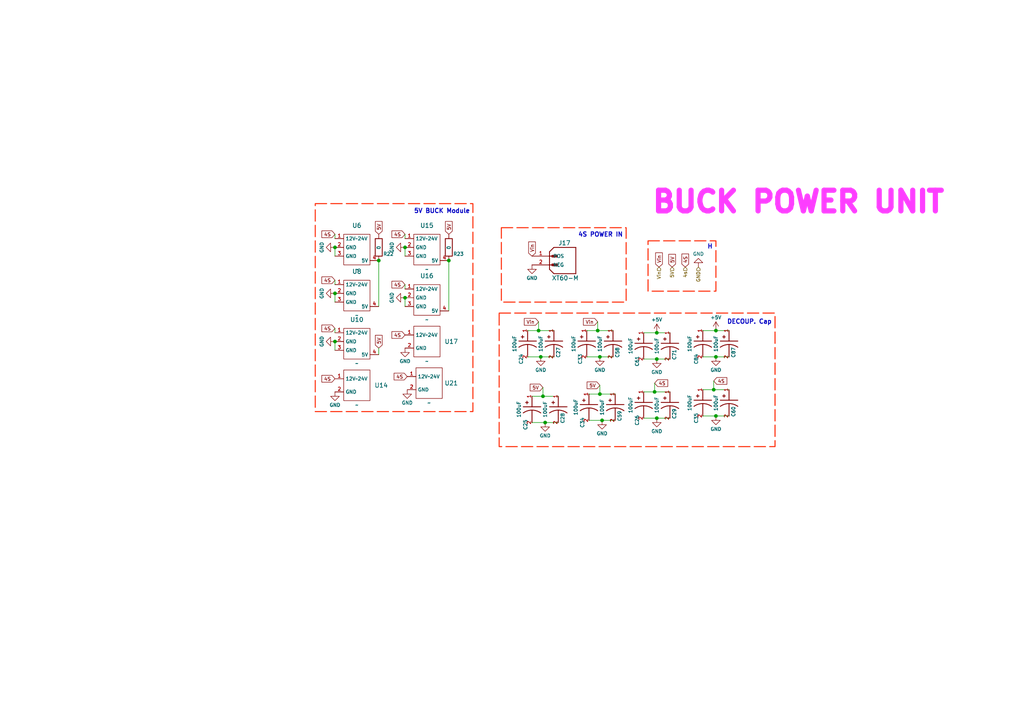
<source format=kicad_sch>
(kicad_sch (version 20230121) (generator eeschema)
  (paper "A4")
  (title_block (title "Power Unit-Utilty Remote") (date "2024-11-28") (rev "V2") (company "KRS"))
  (lib_symbols
    (symbol "Device:R" (pin_numbers hide) (pin_names (offset 0))
      (property "Reference" "R" (at 2.032 0 90))
      (property "Value" "R" (at 0 0 90))
      (symbol "R_0_1"
        (rectangle (start -1.016 -2.54) (end 1.016 2.54) (stroke (width 0.254)))
      )
      (symbol "R_1_1"
        (pin passive line (at 0 3.81 270) (length 1.27) (name "~") (number "1"))
        (pin passive line (at 0 -3.81 90) (length 1.27) (name "~") (number "2"))
      )
    )
    (symbol "Triac_Thyristor:5v_buck"
      (property "Reference" "U" (at 0 0 0))
      (symbol "5v_buck_0_1"
        (rectangle (start -3.81 10.16) (end 3.81 1.27))
      )
      (symbol "5v_buck_1_1"
        (pin input line (at -6.35 8.89 0) (length 2.54) (name "12V~24V") (number "1"))
        (pin input line (at -6.35 6.35 0) (length 2.54) (name "GND") (number "2"))
        (pin input line (at -6.35 3.81 0) (length 2.54) (name "GND") (number "3"))
        (pin input line (at 6.35 2.54 180) (length 2.54) (name "5V") (number "4"))
      )
    )
    (symbol "Triac_Thyristor:5vusbbuck"
      (property "Reference" "U" (at 0 0 0))
      (symbol "5vusbbuck_0_1"
        (rectangle (start -3.81 10.16) (end 3.81 1.27))
      )
      (symbol "5vusbbuck_1_1"
        (pin input line (at -6.35 7.62 0) (length 2.54) (name "12V~24V") (number "1"))
        (pin input line (at -6.35 3.81 0) (length 2.54) (name "GND") (number "2"))
      )
    )
    (symbol "UWT1V101MCL1GS:UWT1V101MCL1GS" (pin_names (offset 1.016))
      (property "Reference" "C" (at -5.08 3.302 0))
      (property "Value" "UWT1V101MCL1GS" (at -5.08 -5.08 0))
      (symbol "UWT1V101MCL1GS_0_0"
        (rectangle (start -3.713 -1.532) (end -2.824 -1.405) (stroke (width 0.1)) (fill (type outline)))
        (rectangle (start -3.332 -1.913) (end -3.205 -1.024) (stroke (width 0.1)) (fill (type outline)))
        (arc (start -0.254 2.54) (mid -1.0549 0) (end -0.254 -2.54) (stroke (width 0.254)))
        (polyline (pts (xy -5.08 0) (xy -2.032 0)) (stroke (width 0.254)))
        (polyline (pts (xy -2.032 2.54) (xy -2.032 -2.54)) (stroke (width 0.254)))
        (polyline (pts (xy -1.016 0) (xy 2.54 0)) (stroke (width 0.254)))
        (pin passive line (at -5.08 0 0) (length 0) (name "~") (number "1"))
        (pin passive line (at 2.54 0 180) (length 0) (name "~") (number "2"))
      )
    )
    (symbol "XT60-M:XT60-M" (pin_names (offset 1.016))
      (property "Reference" "J17" (at 2.54 6.35 0))
      (property "Value" "XT60-M" (at 0.635 -3.81 0))
      (symbol "XT60-M_0_0"
        (polyline (pts (xy 0 -1.27) (xy 1.27 -2.54)) (stroke (width 0.254)))
        (polyline (pts (xy 0 0) (xy 1.905 0)) (stroke (width 0.254)))
        (polyline (pts (xy 0 2.54) (xy 0 -1.27)) (stroke (width 0.254)))
        (polyline (pts (xy 0 2.54) (xy 1.905 2.54)) (stroke (width 0.254)))
        (polyline (pts (xy 0 3.81) (xy 0 2.54)) (stroke (width 0.254)))
        (polyline (pts (xy 0 3.81) (xy 1.27 5.08)) (stroke (width 0.254)))
        (polyline (pts (xy 1.27 -2.54) (xy 7.62 -2.54)) (stroke (width 0.254)))
        (polyline (pts (xy 7.62 -2.54) (xy 7.62 5.08)) (stroke (width 0.254)))
        (polyline (pts (xy 7.62 5.08) (xy 1.27 5.08)) (stroke (width 0.254)))
        (rectangle (start 0.635 -0.3175) (end 2.2225 0.3175) (stroke (width 0.1)) (fill (type outline)))
        (rectangle (start 0.635 2.2225) (end 2.2225 2.8575) (stroke (width 0.1)) (fill (type outline)))
      )
      (symbol "XT60-M_1_0"
        (pin passive line (at -5.08 2.54 0) (length 5.08) (name "POS") (number "1"))
        (pin passive line (at -5.08 0 0) (length 5.08) (name "NEG") (number "2"))
      )
    )
    (symbol "power:+5V" (power) (pin_names (offset 0))
      (property "Value" "+5V" (at 0 3.556 0))
      (symbol "+5V_0_1"
        (polyline (pts (xy -0.762 1.27) (xy 0 2.54)))
        (polyline (pts (xy 0 0) (xy 0 2.54)))
        (polyline (pts (xy 0 2.54) (xy 0.762 1.27)))
      )
      (symbol "+5V_1_1"
        (pin power_in line (at 0 0 90) (length 0) hide (name "+5V") (number "1"))
      )
    )
    (symbol "power:GND" (power) (pin_names (offset 0))
      (property "Value" "GND" (at 0 -3.81 0))
      (symbol "GND_0_1"
        (polyline (pts (xy 0 0) (xy 0 -1.27) (xy 1.27 -1.27) (xy 0 -2.54) (xy -1.27 -1.27) (xy 0 -1.27)))
      )
      (symbol "GND_1_1"
        (pin power_in line (at 0 0 270) (length 0) hide (name "GND") (number "1"))
      )
    )
  )
  (junction (at 130.175 75.565))
  (junction (at 156.845 103.505))
  (junction (at 117.475 86.36))
  (junction (at 97.155 71.755))
  (junction (at 173.99 114.3))
  (junction (at 207.645 120.65))
  (junction (at 207.01 113.03))
  (junction (at 174.625 121.92))
  (junction (at 117.475 71.755))
  (junction (at 97.155 85.09))
  (junction (at 173.99 103.505))
  (junction (at 173.355 95.885))
  (junction (at 158.115 122.555))
  (junction (at 190.5 104.14))
  (junction (at 207.645 95.885))
  (junction (at 157.48 114.935))
  (junction (at 109.855 75.565))
  (junction (at 189.865 113.665))
  (junction (at 97.155 99.06))
  (junction (at 190.5 96.52))
  (junction (at 156.21 95.885))
  (junction (at 207.645 103.505))
  (junction (at 190.5 121.285))
  (wire (pts (xy 170.18 95.885) (xy 173.355 95.885)))
  (wire (pts (xy 156.21 95.885) (xy 160.655 95.885)))
  (wire (pts (xy 207.645 120.65) (xy 211.455 120.65)))
  (wire (pts (xy 189.865 111.125) (xy 189.865 113.665)))
  (wire (pts (xy 109.855 100.965) (xy 109.855 102.87)))
  (wire (pts (xy 117.475 67.945) (xy 117.475 69.215)))
  (wire (pts (xy 117.475 71.755) (xy 117.475 74.295)))
  (wire (pts (xy 157.48 112.395) (xy 157.48 114.935)))
  (wire (pts (xy 173.99 111.76) (xy 173.99 114.3)))
  (wire (pts (xy 190.5 104.14) (xy 194.31 104.14)))
  (wire (pts (xy 207.01 110.49) (xy 207.01 113.03)))
  (wire (pts (xy 186.69 104.14) (xy 190.5 104.14)))
  (wire (pts (xy 97.155 81.28) (xy 97.155 82.55)))
  (wire (pts (xy 154.305 114.935) (xy 157.48 114.935)))
  (wire (pts (xy 154.305 122.555) (xy 158.115 122.555)))
  (wire (pts (xy 170.815 114.3) (xy 173.99 114.3)))
  (wire (pts (xy 153.035 103.505) (xy 156.845 103.505)))
  (wire (pts (xy 173.355 95.885) (xy 177.8 95.885)))
  (wire (pts (xy 203.835 103.505) (xy 207.645 103.505)))
  (wire (pts (xy 117.475 86.36) (xy 117.475 88.9)))
  (wire (pts (xy 97.155 95.25) (xy 97.155 96.52)))
  (wire (pts (xy 203.835 120.65) (xy 207.645 120.65)))
  (wire (pts (xy 173.355 93.345) (xy 173.355 95.885)))
  (wire (pts (xy 173.99 103.505) (xy 177.8 103.505)))
  (wire (pts (xy 174.625 121.92) (xy 178.435 121.92)))
  (wire (pts (xy 190.5 121.285) (xy 194.31 121.285)))
  (wire (pts (xy 97.155 85.09) (xy 97.155 87.63)))
  (wire (pts (xy 117.475 82.55) (xy 117.475 83.82)))
  (wire (pts (xy 97.155 67.945) (xy 97.155 69.215)))
  (wire (pts (xy 207.01 113.03) (xy 211.455 113.03)))
  (wire (pts (xy 190.5 96.52) (xy 194.31 96.52)))
  (wire (pts (xy 207.645 95.885) (xy 211.455 95.885)))
  (wire (pts (xy 156.21 93.345) (xy 156.21 95.885)))
  (wire (pts (xy 203.835 113.03) (xy 207.01 113.03)))
  (wire (pts (xy 189.865 113.665) (xy 194.31 113.665)))
  (wire (pts (xy 153.035 95.885) (xy 156.21 95.885)))
  (wire (pts (xy 186.69 96.52) (xy 190.5 96.52)))
  (wire (pts (xy 156.845 103.505) (xy 160.655 103.505)))
  (wire (pts (xy 97.155 99.06) (xy 97.155 101.6)))
  (wire (pts (xy 157.48 114.935) (xy 161.925 114.935)))
  (wire (pts (xy 207.645 103.505) (xy 211.455 103.505)))
  (wire (pts (xy 109.855 75.565) (xy 109.855 88.9)))
  (wire (pts (xy 203.835 95.885) (xy 207.645 95.885)))
  (wire (pts (xy 173.99 114.3) (xy 178.435 114.3)))
  (wire (pts (xy 186.69 113.665) (xy 189.865 113.665)))
  (wire (pts (xy 186.69 121.285) (xy 190.5 121.285)))
  (wire (pts (xy 170.815 121.92) (xy 174.625 121.92)))
  (wire (pts (xy 170.18 103.505) (xy 173.99 103.505)))
  (wire (pts (xy 130.175 75.565) (xy 130.175 90.17)))
  (wire (pts (xy 97.155 71.755) (xy 97.155 74.295)))
  (wire (pts (xy 158.115 122.555) (xy 161.925 122.555)))
  (rectangle (start 145.415 66.04) (end 181.61 87.63) (stroke (width 0.3) (type dash) (color 255 44 9 1)))
  (rectangle (start 187.96 69.85) (end 207.645 84.455) (stroke (width 0.3) (type dash) (color 255 44 9 1)))
  (rectangle (start 91.44 59.055) (end 137.16 119.38) (stroke (width 0.3) (type dash) (color 255 44 9 1)))
  (rectangle (start 144.78 90.805) (end 224.79 129.54) (stroke (width 0.3) (type dash) (color 255 44 9 1)))
  (text "4S POWER IN\n\n\n" (at 167.64 73.025 0) (effects (font (size 1.27 1.27) (thickness 0.254) bold) (justify left bottom)))
  (text "BUCK POWER UNIT\n" (at 188.595 62.23 0) (effects (font (size 6 6) (thickness 1.6) bold) (justify left bottom)))
  (text "5V BUCK Module\n\n" (at 120.015 64.135 0) (effects (font (size 1.27 1.27) (thickness 0.254) bold) (justify left bottom)))
  (text "H" (at 205.105 72.39 0) (effects (font (size 1.27 1.27) (thickness 0.254) bold) (justify left bottom)))
  (text "DECOUP. Cap\n\n\n\n" (at 210.82 100.33 0) (effects (font (size 1.27 1.27) (thickness 0.254) bold) (justify left bottom)))
  (global_label "4S" (shape input) (at 117.475 97.155 180) (effects (font (size 1 1))) (property "Intersheetrefs" "${INTERSHEET_REFS}" (effects hide)))
  (global_label "5V" (shape input) (at 130.175 67.945 90) (effects (font (size 1 1))) (property "Intersheetrefs" "${INTERSHEET_REFS}" (effects hide)))
  (global_label "Vin" (shape input) (at 191.135 77.47 90) (effects (font (size 1 1))) (property "Intersheetrefs" "${INTERSHEET_REFS}" (effects hide)))
  (global_label "4S" (shape input) (at 198.755 77.47 90) (effects (font (size 1 1))) (property "Intersheetrefs" "${INTERSHEET_REFS}" (effects hide)))
  (global_label "4S" (shape input) (at 97.155 81.28 180) (effects (font (size 1 1))) (property "Intersheetrefs" "${INTERSHEET_REFS}" (effects hide)))
  (global_label "Vin" (shape input) (at 156.21 93.345 180) (effects (font (size 1 1))) (property "Intersheetrefs" "${INTERSHEET_REFS}" (effects hide)))
  (global_label "4S" (shape input) (at 117.475 82.55 180) (effects (font (size 1 1))) (property "Intersheetrefs" "${INTERSHEET_REFS}" (effects hide)))
  (global_label "4S" (shape input) (at 118.11 109.22 180) (effects (font (size 1 1))) (property "Intersheetrefs" "${INTERSHEET_REFS}" (effects hide)))
  (global_label "5V" (shape input) (at 157.48 112.395 180) (effects (font (size 1 1))) (property "Intersheetrefs" "${INTERSHEET_REFS}" (effects hide)))
  (global_label "4S" (shape input) (at 117.475 67.945 180) (effects (font (size 1 1))) (property "Intersheetrefs" "${INTERSHEET_REFS}" (effects hide)))
  (global_label "5V" (shape input) (at 109.855 67.945 90) (effects (font (size 1 1))) (property "Intersheetrefs" "${INTERSHEET_REFS}" (effects hide)))
  (global_label "5V" (shape input) (at 109.855 100.965 90) (effects (font (size 1 1))) (property "Intersheetrefs" "${INTERSHEET_REFS}" (effects hide)))
  (global_label "5V" (shape input) (at 173.99 111.76 180) (effects (font (size 1 1))) (property "Intersheetrefs" "${INTERSHEET_REFS}" (effects hide)))
  (global_label "4S" (shape input) (at 97.155 95.25 180) (effects (font (size 1 1))) (property "Intersheetrefs" "${INTERSHEET_REFS}" (effects hide)))
  (global_label "5V" (shape input) (at 194.945 77.47 90) (effects (font (size 1 1))) (property "Intersheetrefs" "${INTERSHEET_REFS}" (effects hide)))
  (global_label "4S" (shape input) (at 97.155 109.855 180) (effects (font (size 1 1))) (property "Intersheetrefs" "${INTERSHEET_REFS}" (effects hide)))
  (global_label "4S" (shape input) (at 97.155 67.945 180) (effects (font (size 1 1))) (property "Intersheetrefs" "${INTERSHEET_REFS}" (effects hide)))
  (global_label "4S" (shape input) (at 189.865 111.125 0) (effects (font (size 1 1))) (property "Intersheetrefs" "${INTERSHEET_REFS}" (effects hide)))
  (global_label "4S" (shape input) (at 207.01 110.49 0) (effects (font (size 1 1))) (property "Intersheetrefs" "${INTERSHEET_REFS}" (effects hide)))
  (global_label "Vin" (shape input) (at 154.305 74.295 90) (effects (font (size 1 1))) (property "Intersheetrefs" "${INTERSHEET_REFS}" (effects hide)))
  (global_label "Vin" (shape input) (at 173.355 93.345 180) (effects (font (size 1 1))) (property "Intersheetrefs" "${INTERSHEET_REFS}" (effects hide)))
  (hierarchical_label "4s" (shape input) (at 198.755 77.47 270) (effects (font (size 1 1))))
  (hierarchical_label "Vin" (shape input) (at 191.135 77.47 270) (effects (font (size 1 1))))
  (hierarchical_label "5V" (shape input) (at 194.945 77.47 270) (effects (font (size 1 1))))
  (hierarchical_label "GND" (shape input) (at 202.565 77.47 270) (effects (font (size 1 1))))
  (symbol (lib_id "power:GND") (at 97.155 71.755 270) (unit 1)
    (property "Reference" "#PWR0187" (effects hide))
    (property "Value" "GND" (at 93.345 71.755 0) (effects (font (size 1 1))))
  )
  (symbol (lib_id "Triac_Thyristor:5v_buck") (at 103.505 78.105 0) (unit 1)
    (property "Reference" "U6" (at 103.505 65.405 0))
    (property "Value" "~" (at 103.505 78.105 0))
    (property "Footprint" "Audio_Module:buck 5v" (effects hide))
  )
  (symbol (lib_id "UWT1V101MCL1GS:UWT1V101MCL1GS") (at 161.925 120.015 270) (unit 1)
    (property "Reference" "C28" (at 163.195 121.285 0) (effects (font (size 1 1))))
    (property "Value" "100uF" (at 158.115 118.745 0) (effects (font (size 1 1))))
    (property "Footprint" "Battery:CAPAE830X1000N" (effects hide))
    (property "MF" "Nichicon" (effects hide))
    (property "MAXIMUM_PACKAGE_HEIGHT" "7.7mm" (effects hide))
    (property "Package" "Radial Nichicon" (effects hide))
    (property "Price" "None" (effects hide))
    (property "Check_prices" "https://www.snapeda.com/parts/UWT1V101MCL1GS/Nichicon/view-part/?ref=eda" (effects hide))
    (property "STANDARD" "IPC-7351B" (effects hide))
    (property "PARTREV" "CAT.8100L" (effects hide))
    (property "SnapEDA_Link" "https://www.snapeda.com/parts/UWT1V101MCL1GS/Nichicon/view-part/?ref=snap" (effects hide))
    (property "MP" "UWT1V101MCL1GS" (effects hide))
    (property "Description" "\n                        \n                            Capacitor Aluminum Electrolytic, 1000h 6.3 (Dia.) x 7.7mm, 100uF, 35V, WT Series | Nichicon UWT1V101MCL1GS\n                        \n" (effects hide))
    (property "MANUFACTURER" "Nichicon" (effects hide))
    (property "Availability" "In Stock" (effects hide))
    (property "SNAPEDA_PN" "UWT1V101MCL1GS" (effects hide))
  )
  (symbol (lib_id "UWT1V101MCL1GS:UWT1V101MCL1GS") (at 194.31 101.6 270) (unit 1)
    (property "Reference" "C71" (at 195.58 102.87 0) (effects (font (size 1 1))))
    (property "Value" "100uF" (at 190.5 100.33 0) (effects (font (size 1 1))))
    (property "Footprint" "Battery:CAPAE830X1000N" (effects hide))
    (property "MF" "Nichicon" (effects hide))
    (property "MAXIMUM_PACKAGE_HEIGHT" "7.7mm" (effects hide))
    (property "Package" "Radial Nichicon" (effects hide))
    (property "Price" "None" (effects hide))
    (property "Check_prices" "https://www.snapeda.com/parts/UWT1V101MCL1GS/Nichicon/view-part/?ref=eda" (effects hide))
    (property "STANDARD" "IPC-7351B" (effects hide))
    (property "PARTREV" "CAT.8100L" (effects hide))
    (property "SnapEDA_Link" "https://www.snapeda.com/parts/UWT1V101MCL1GS/Nichicon/view-part/?ref=snap" (effects hide))
    (property "MP" "UWT1V101MCL1GS" (effects hide))
    (property "Description" "\n                        \n                            Capacitor Aluminum Electrolytic, 1000h 6.3 (Dia.) x 7.7mm, 100uF, 35V, WT Series | Nichicon UWT1V101MCL1GS\n                        \n" (effects hide))
    (property "MANUFACTURER" "Nichicon" (effects hide))
    (property "Availability" "In Stock" (effects hide))
    (property "SNAPEDA_PN" "UWT1V101MCL1GS" (effects hide))
  )
  (symbol (lib_id "UWT1V101MCL1GS:UWT1V101MCL1GS") (at 178.435 119.38 270) (unit 1)
    (property "Reference" "C59" (at 179.705 120.65 0) (effects (font (size 1 1))))
    (property "Value" "100uF" (at 174.625 118.11 0) (effects (font (size 1 1))))
    (property "Footprint" "Battery:CAPAE830X1000N" (effects hide))
    (property "MF" "Nichicon" (effects hide))
    (property "MAXIMUM_PACKAGE_HEIGHT" "7.7mm" (effects hide))
    (property "Package" "Radial Nichicon" (effects hide))
    (property "Price" "None" (effects hide))
    (property "Check_prices" "https://www.snapeda.com/parts/UWT1V101MCL1GS/Nichicon/view-part/?ref=eda" (effects hide))
    (property "STANDARD" "IPC-7351B" (effects hide))
    (property "PARTREV" "CAT.8100L" (effects hide))
    (property "SnapEDA_Link" "https://www.snapeda.com/parts/UWT1V101MCL1GS/Nichicon/view-part/?ref=snap" (effects hide))
    (property "MP" "UWT1V101MCL1GS" (effects hide))
    (property "Description" "\n                        \n                            Capacitor Aluminum Electrolytic, 1000h 6.3 (Dia.) x 7.7mm, 100uF, 35V, WT Series | Nichicon UWT1V101MCL1GS\n                        \n" (effects hide))
    (property "MANUFACTURER" "Nichicon" (effects hide))
    (property "Availability" "In Stock" (effects hide))
    (property "SNAPEDA_PN" "UWT1V101MCL1GS" (effects hide))
  )
  (symbol (lib_id "UWT1V101MCL1GS:UWT1V101MCL1GS") (at 177.8 100.965 270) (unit 1)
    (property "Reference" "C58" (at 179.07 102.235 0) (effects (font (size 1 1))))
    (property "Value" "100uF" (at 173.99 99.695 0) (effects (font (size 1 1))))
    (property "Footprint" "Battery:CAPAE830X1000N" (effects hide))
    (property "MF" "Nichicon" (effects hide))
    (property "MAXIMUM_PACKAGE_HEIGHT" "7.7mm" (effects hide))
    (property "Package" "Radial Nichicon" (effects hide))
    (property "Price" "None" (effects hide))
    (property "Check_prices" "https://www.snapeda.com/parts/UWT1V101MCL1GS/Nichicon/view-part/?ref=eda" (effects hide))
    (property "STANDARD" "IPC-7351B" (effects hide))
    (property "PARTREV" "CAT.8100L" (effects hide))
    (property "SnapEDA_Link" "https://www.snapeda.com/parts/UWT1V101MCL1GS/Nichicon/view-part/?ref=snap" (effects hide))
    (property "MP" "UWT1V101MCL1GS" (effects hide))
    (property "Description" "\n                        \n                            Capacitor Aluminum Electrolytic, 1000h 6.3 (Dia.) x 7.7mm, 100uF, 35V, WT Series | Nichicon UWT1V101MCL1GS\n                        \n" (effects hide))
    (property "MANUFACTURER" "Nichicon" (effects hide))
    (property "Availability" "In Stock" (effects hide))
    (property "SNAPEDA_PN" "UWT1V101MCL1GS" (effects hide))
  )
  (symbol (lib_id "Device:R") (at 109.855 71.755 0) (unit 1)
    (property "Reference" "R22" (at 111.125 73.66 0) (effects (font (size 1 1)) (justify left)))
    (property "Value" "0" (at 109.855 72.39 90) (effects (font (size 1 1)) (justify left)))
    (property "Footprint" "Resistor_SMD:R_0402_1005Metric" (effects hide))
  )
  (symbol (lib_id "UWT1V101MCL1GS:UWT1V101MCL1GS") (at 203.835 100.965 270) (unit 1)
    (property "Reference" "C84" (at 201.93 104.14 0) (effects (font (size 1 1))))
    (property "Value" "100uF" (at 200.025 99.695 0) (effects (font (size 1 1))))
    (property "Footprint" "Battery:CAPAE830X1000N" (effects hide))
    (property "MF" "Nichicon" (effects hide))
    (property "MAXIMUM_PACKAGE_HEIGHT" "7.7mm" (effects hide))
    (property "Package" "Radial Nichicon" (effects hide))
    (property "Price" "None" (effects hide))
    (property "Check_prices" "https://www.snapeda.com/parts/UWT1V101MCL1GS/Nichicon/view-part/?ref=eda" (effects hide))
    (property "STANDARD" "IPC-7351B" (effects hide))
    (property "PARTREV" "CAT.8100L" (effects hide))
    (property "SnapEDA_Link" "https://www.snapeda.com/parts/UWT1V101MCL1GS/Nichicon/view-part/?ref=snap" (effects hide))
    (property "MP" "UWT1V101MCL1GS" (effects hide))
    (property "Description" "\n                        \n                            Capacitor Aluminum Electrolytic, 1000h 6.3 (Dia.) x 7.7mm, 100uF, 35V, WT Series | Nichicon UWT1V101MCL1GS\n                        \n" (effects hide))
    (property "MANUFACTURER" "Nichicon" (effects hide))
    (property "Availability" "In Stock" (effects hide))
    (property "SNAPEDA_PN" "UWT1V101MCL1GS" (effects hide))
  )
  (symbol (lib_id "UWT1V101MCL1GS:UWT1V101MCL1GS") (at 160.655 100.965 270) (unit 1)
    (property "Reference" "C27" (at 161.925 102.235 0) (effects (font (size 1 1))))
    (property "Value" "100uF" (at 156.845 99.695 0) (effects (font (size 1 1))))
    (property "Footprint" "Battery:CAPAE830X1000N" (effects hide))
    (property "MF" "Nichicon" (effects hide))
    (property "MAXIMUM_PACKAGE_HEIGHT" "7.7mm" (effects hide))
    (property "Package" "Radial Nichicon" (effects hide))
    (property "Price" "None" (effects hide))
    (property "Check_prices" "https://www.snapeda.com/parts/UWT1V101MCL1GS/Nichicon/view-part/?ref=eda" (effects hide))
    (property "STANDARD" "IPC-7351B" (effects hide))
    (property "PARTREV" "CAT.8100L" (effects hide))
    (property "SnapEDA_Link" "https://www.snapeda.com/parts/UWT1V101MCL1GS/Nichicon/view-part/?ref=snap" (effects hide))
    (property "MP" "UWT1V101MCL1GS" (effects hide))
    (property "Description" "\n                        \n                            Capacitor Aluminum Electrolytic, 1000h 6.3 (Dia.) x 7.7mm, 100uF, 35V, WT Series | Nichicon UWT1V101MCL1GS\n                        \n" (effects hide))
    (property "MANUFACTURER" "Nichicon" (effects hide))
    (property "Availability" "In Stock" (effects hide))
    (property "SNAPEDA_PN" "UWT1V101MCL1GS" (effects hide))
  )
  (symbol (lib_id "UWT1V101MCL1GS:UWT1V101MCL1GS") (at 170.18 100.965 270) (unit 1)
    (property "Reference" "C33" (at 168.275 104.14 0) (effects (font (size 1 1))))
    (property "Value" "100uF" (at 166.37 99.695 0) (effects (font (size 1 1))))
    (property "Footprint" "Battery:CAPAE830X1000N" (effects hide))
    (property "MF" "Nichicon" (effects hide))
    (property "MAXIMUM_PACKAGE_HEIGHT" "7.7mm" (effects hide))
    (property "Package" "Radial Nichicon" (effects hide))
    (property "Price" "None" (effects hide))
    (property "Check_prices" "https://www.snapeda.com/parts/UWT1V101MCL1GS/Nichicon/view-part/?ref=eda" (effects hide))
    (property "STANDARD" "IPC-7351B" (effects hide))
    (property "PARTREV" "CAT.8100L" (effects hide))
    (property "SnapEDA_Link" "https://www.snapeda.com/parts/UWT1V101MCL1GS/Nichicon/view-part/?ref=snap" (effects hide))
    (property "MP" "UWT1V101MCL1GS" (effects hide))
    (property "Description" "\n                        \n                            Capacitor Aluminum Electrolytic, 1000h 6.3 (Dia.) x 7.7mm, 100uF, 35V, WT Series | Nichicon UWT1V101MCL1GS\n                        \n" (effects hide))
    (property "MANUFACTURER" "Nichicon" (effects hide))
    (property "Availability" "In Stock" (effects hide))
    (property "SNAPEDA_PN" "UWT1V101MCL1GS" (effects hide))
  )
  (symbol (lib_id "power:GND") (at 190.5 121.285 0) (mirror y) (unit 1)
    (property "Reference" "#PWR0194" (effects hide))
    (property "Value" "GND" (at 190.5 125.095 0) (effects (font (size 1 1))))
  )
  (symbol (lib_id "power:GND") (at 97.155 99.06 270) (unit 1)
    (property "Reference" "#PWR0189" (effects hide))
    (property "Value" "GND" (at 93.345 99.06 0) (effects (font (size 1 1))))
  )
  (symbol (lib_id "Triac_Thyristor:5v_buck") (at 103.505 91.44 0) (unit 1)
    (property "Reference" "U8" (at 103.505 78.74 0))
    (property "Value" "~" (at 103.505 91.44 0))
    (property "Footprint" "Audio_Module:buck 5v" (effects hide))
  )
  (symbol (lib_id "power:GND") (at 158.115 122.555 0) (mirror y) (unit 1)
    (property "Reference" "#PWR0182" (effects hide))
    (property "Value" "GND" (at 158.115 126.365 0) (effects (font (size 1 1))))
  )
  (symbol (lib_id "UWT1V101MCL1GS:UWT1V101MCL1GS") (at 194.31 118.745 270) (unit 1)
    (property "Reference" "C29" (at 195.58 120.015 0) (effects (font (size 1 1))))
    (property "Value" "100uF" (at 190.5 117.475 0) (effects (font (size 1 1))))
    (property "Footprint" "Battery:CAPAE830X1000N" (effects hide))
    (property "MF" "Nichicon" (effects hide))
    (property "MAXIMUM_PACKAGE_HEIGHT" "7.7mm" (effects hide))
    (property "Package" "Radial Nichicon" (effects hide))
    (property "Price" "None" (effects hide))
    (property "Check_prices" "https://www.snapeda.com/parts/UWT1V101MCL1GS/Nichicon/view-part/?ref=eda" (effects hide))
    (property "STANDARD" "IPC-7351B" (effects hide))
    (property "PARTREV" "CAT.8100L" (effects hide))
    (property "SnapEDA_Link" "https://www.snapeda.com/parts/UWT1V101MCL1GS/Nichicon/view-part/?ref=snap" (effects hide))
    (property "MP" "UWT1V101MCL1GS" (effects hide))
    (property "Description" "\n                        \n                            Capacitor Aluminum Electrolytic, 1000h 6.3 (Dia.) x 7.7mm, 100uF, 35V, WT Series | Nichicon UWT1V101MCL1GS\n                        \n" (effects hide))
    (property "MANUFACTURER" "Nichicon" (effects hide))
    (property "Availability" "In Stock" (effects hide))
    (property "SNAPEDA_PN" "UWT1V101MCL1GS" (effects hide))
  )
  (symbol (lib_id "power:GND") (at 156.845 103.505 0) (mirror y) (unit 1)
    (property "Reference" "#PWR0184" (effects hide))
    (property "Value" "GND" (at 156.845 107.315 0) (effects (font (size 1 1))))
  )
  (symbol (lib_id "Triac_Thyristor:5vusbbuck") (at 123.825 104.775 0) (unit 1)
    (property "Reference" "U17" (at 128.905 99.06 0) (effects (justify left)))
    (property "Value" "~" (at 123.825 104.775 0))
    (property "Footprint" "Audio_Module:5v_usbbuck" (effects hide))
  )
  (symbol (lib_id "power:GND") (at 207.645 120.65 0) (mirror y) (unit 1)
    (property "Reference" "#PWR0196" (effects hide))
    (property "Value" "GND" (at 207.645 124.46 0) (effects (font (size 1 1))))
  )
  (symbol (lib_id "power:GND") (at 117.475 100.965 0) (unit 1)
    (property "Reference" "#PWR0190" (effects hide))
    (property "Value" "GND" (at 117.475 104.775 0) (effects (font (size 1 1))))
  )
  (symbol (lib_id "Triac_Thyristor:5vusbbuck") (at 103.505 117.475 0) (unit 1)
    (property "Reference" "U14" (at 108.585 111.76 0) (effects (justify left)))
    (property "Value" "~" (at 103.505 117.475 0))
    (property "Footprint" "Audio_Module:5v_usbbuck" (effects hide))
  )
  (symbol (lib_id "UWT1V101MCL1GS:UWT1V101MCL1GS") (at 154.305 120.015 270) (unit 1)
    (property "Reference" "C25" (at 152.4 123.19 0) (effects (font (size 1 1))))
    (property "Value" "100uF" (at 150.495 118.745 0) (effects (font (size 1 1))))
    (property "Footprint" "Battery:CAPAE830X1000N" (effects hide))
    (property "MF" "Nichicon" (effects hide))
    (property "MAXIMUM_PACKAGE_HEIGHT" "7.7mm" (effects hide))
    (property "Package" "Radial Nichicon" (effects hide))
    (property "Price" "None" (effects hide))
    (property "Check_prices" "https://www.snapeda.com/parts/UWT1V101MCL1GS/Nichicon/view-part/?ref=eda" (effects hide))
    (property "STANDARD" "IPC-7351B" (effects hide))
    (property "PARTREV" "CAT.8100L" (effects hide))
    (property "SnapEDA_Link" "https://www.snapeda.com/parts/UWT1V101MCL1GS/Nichicon/view-part/?ref=snap" (effects hide))
    (property "MP" "UWT1V101MCL1GS" (effects hide))
    (property "Description" "\n                        \n                            Capacitor Aluminum Electrolytic, 1000h 6.3 (Dia.) x 7.7mm, 100uF, 35V, WT Series | Nichicon UWT1V101MCL1GS\n                        \n" (effects hide))
    (property "MANUFACTURER" "Nichicon" (effects hide))
    (property "Availability" "In Stock" (effects hide))
    (property "SNAPEDA_PN" "UWT1V101MCL1GS" (effects hide))
  )
  (symbol (lib_id "UWT1V101MCL1GS:UWT1V101MCL1GS") (at 211.455 118.11 270) (unit 1)
    (property "Reference" "C60" (at 212.725 119.38 0) (effects (font (size 1 1))))
    (property "Value" "100uF" (at 207.645 116.84 0) (effects (font (size 1 1))))
    (property "Footprint" "Battery:CAPAE830X1000N" (effects hide))
    (property "MF" "Nichicon" (effects hide))
    (property "MAXIMUM_PACKAGE_HEIGHT" "7.7mm" (effects hide))
    (property "Package" "Radial Nichicon" (effects hide))
    (property "Price" "None" (effects hide))
    (property "Check_prices" "https://www.snapeda.com/parts/UWT1V101MCL1GS/Nichicon/view-part/?ref=eda" (effects hide))
    (property "STANDARD" "IPC-7351B" (effects hide))
    (property "PARTREV" "CAT.8100L" (effects hide))
    (property "SnapEDA_Link" "https://www.snapeda.com/parts/UWT1V101MCL1GS/Nichicon/view-part/?ref=snap" (effects hide))
    (property "MP" "UWT1V101MCL1GS" (effects hide))
    (property "Description" "\n                        \n                            Capacitor Aluminum Electrolytic, 1000h 6.3 (Dia.) x 7.7mm, 100uF, 35V, WT Series | Nichicon UWT1V101MCL1GS\n                        \n" (effects hide))
    (property "MANUFACTURER" "Nichicon" (effects hide))
    (property "Availability" "In Stock" (effects hide))
    (property "SNAPEDA_PN" "UWT1V101MCL1GS" (effects hide))
  )
  (symbol (lib_id "power:GND") (at 97.155 85.09 270) (unit 1)
    (property "Reference" "#PWR0188" (effects hide))
    (property "Value" "GND" (at 93.345 85.09 0) (effects (font (size 1 1))))
  )
  (symbol (lib_id "power:GND") (at 97.155 113.665 0) (unit 1)
    (property "Reference" "#PWR0192" (effects hide))
    (property "Value" "GND" (at 97.155 117.475 0) (effects (font (size 1 1))))
  )
  (symbol (lib_id "power:GND") (at 174.625 121.92 0) (mirror y) (unit 1)
    (property "Reference" "#PWR0197" (effects hide))
    (property "Value" "GND" (at 174.625 125.73 0) (effects (font (size 1 1))))
  )
  (symbol (lib_id "Triac_Thyristor:5v_buck") (at 103.505 105.41 0) (unit 1)
    (property "Reference" "U10" (at 103.505 92.71 0))
    (property "Value" "~" (at 103.505 105.41 0))
    (property "Footprint" "Audio_Module:buck 5v" (effects hide))
  )
  (symbol (lib_id "power:GND") (at 154.305 76.835 0) (unit 1)
    (property "Reference" "#PWR0185" (effects hide))
    (property "Value" "GND" (at 154.305 80.645 0) (effects (font (size 1 1))))
  )
  (symbol (lib_id "power:GND") (at 207.645 103.505 0) (mirror y) (unit 1)
    (property "Reference" "#PWR0215" (effects hide))
    (property "Value" "GND" (at 207.645 107.315 0) (effects (font (size 1 1))))
  )
  (symbol (lib_id "Device:R") (at 130.175 71.755 0) (unit 1)
    (property "Reference" "R23" (at 131.445 73.66 0) (effects (font (size 1 1)) (justify left)))
    (property "Value" "0" (at 130.175 72.39 90) (effects (font (size 1 1)) (justify left)))
    (property "Footprint" "Resistor_SMD:R_0402_1005Metric" (effects hide))
  )
  (symbol (lib_id "power:+5V") (at 207.645 95.885 0) (unit 1)
    (property "Reference" "#PWR0201" (effects hide))
    (property "Value" "+5V" (at 207.645 92.075 0) (effects (font (size 1 1))))
  )
  (symbol (lib_id "UWT1V101MCL1GS:UWT1V101MCL1GS") (at 186.69 118.745 270) (unit 1)
    (property "Reference" "C26" (at 184.785 121.92 0) (effects (font (size 1 1))))
    (property "Value" "100uF" (at 182.88 117.475 0) (effects (font (size 1 1))))
    (property "Footprint" "Battery:CAPAE830X1000N" (effects hide))
    (property "MF" "Nichicon" (effects hide))
    (property "MAXIMUM_PACKAGE_HEIGHT" "7.7mm" (effects hide))
    (property "Package" "Radial Nichicon" (effects hide))
    (property "Price" "None" (effects hide))
    (property "Check_prices" "https://www.snapeda.com/parts/UWT1V101MCL1GS/Nichicon/view-part/?ref=eda" (effects hide))
    (property "STANDARD" "IPC-7351B" (effects hide))
    (property "PARTREV" "CAT.8100L" (effects hide))
    (property "SnapEDA_Link" "https://www.snapeda.com/parts/UWT1V101MCL1GS/Nichicon/view-part/?ref=snap" (effects hide))
    (property "MP" "UWT1V101MCL1GS" (effects hide))
    (property "Description" "\n                        \n                            Capacitor Aluminum Electrolytic, 1000h 6.3 (Dia.) x 7.7mm, 100uF, 35V, WT Series | Nichicon UWT1V101MCL1GS\n                        \n" (effects hide))
    (property "MANUFACTURER" "Nichicon" (effects hide))
    (property "Availability" "In Stock" (effects hide))
    (property "SNAPEDA_PN" "UWT1V101MCL1GS" (effects hide))
  )
  (symbol (lib_id "power:+5V") (at 190.5 96.52 0) (unit 1)
    (property "Reference" "#PWR0202" (effects hide))
    (property "Value" "+5V" (at 190.5 92.71 0) (effects (font (size 1 1))))
  )
  (symbol (lib_id "power:GND") (at 117.475 71.755 270) (unit 1)
    (property "Reference" "#PWR0199" (effects hide))
    (property "Value" "GND" (at 113.665 71.755 0) (effects (font (size 1 1))))
  )
  (symbol (lib_id "power:GND") (at 117.475 86.36 270) (unit 1)
    (property "Reference" "#PWR0198" (effects hide))
    (property "Value" "GND" (at 113.665 86.36 0) (effects (font (size 1 1))))
  )
  (symbol (lib_id "Triac_Thyristor:5vusbbuck") (at 124.46 116.84 0) (unit 1)
    (property "Reference" "U21" (at 128.905 111.125 0) (effects (justify left)))
    (property "Value" "~" (at 124.46 116.84 0))
    (property "Footprint" "Audio_Module:5v_usbbuck" (effects hide))
  )
  (symbol (lib_id "Triac_Thyristor:5v_buck") (at 123.825 78.105 0) (unit 1)
    (property "Reference" "U15" (at 123.825 65.405 0))
    (property "Value" "~" (at 123.825 78.105 0))
    (property "Footprint" "Audio_Module:buck 5v" (effects hide))
  )
  (symbol (lib_id "UWT1V101MCL1GS:UWT1V101MCL1GS") (at 153.035 100.965 270) (unit 1)
    (property "Reference" "C24" (at 151.13 104.14 0) (effects (font (size 1 1))))
    (property "Value" "100uF" (at 149.225 99.695 0) (effects (font (size 1 1))))
    (property "Footprint" "Battery:CAPAE830X1000N" (effects hide))
    (property "MF" "Nichicon" (effects hide))
    (property "MAXIMUM_PACKAGE_HEIGHT" "7.7mm" (effects hide))
    (property "Package" "Radial Nichicon" (effects hide))
    (property "Price" "None" (effects hide))
    (property "Check_prices" "https://www.snapeda.com/parts/UWT1V101MCL1GS/Nichicon/view-part/?ref=eda" (effects hide))
    (property "STANDARD" "IPC-7351B" (effects hide))
    (property "PARTREV" "CAT.8100L" (effects hide))
    (property "SnapEDA_Link" "https://www.snapeda.com/parts/UWT1V101MCL1GS/Nichicon/view-part/?ref=snap" (effects hide))
    (property "MP" "UWT1V101MCL1GS" (effects hide))
    (property "Description" "\n                        \n                            Capacitor Aluminum Electrolytic, 1000h 6.3 (Dia.) x 7.7mm, 100uF, 35V, WT Series | Nichicon UWT1V101MCL1GS\n                        \n" (effects hide))
    (property "MANUFACTURER" "Nichicon" (effects hide))
    (property "Availability" "In Stock" (effects hide))
    (property "SNAPEDA_PN" "UWT1V101MCL1GS" (effects hide))
  )
  (symbol (lib_id "power:GND") (at 202.565 77.47 0) (mirror x) (unit 1)
    (property "Reference" "#PWR0183" (effects hide))
    (property "Value" "GND" (at 202.565 73.66 0) (effects (font (size 1 1))))
  )
  (symbol (lib_id "XT60-M:XT60-M") (at 159.385 76.835 0) (unit 1)
    (property "Reference" "J17" (at 161.925 70.485 0) (effects (justify left)))
    (property "Value" "XT60-M" (at 160.02 80.645 0) (effects (justify left)))
    (property "Footprint" "Battery:AMASS_XT60PW-M" (effects hide))
    (property "MF" "AMASS" (effects hide))
    (property "MAXIMUM_PACKAGE_HEIGHT" "16.00 mm" (effects hide))
    (property "Package" "Package" (effects hide))
    (property "Price" "None" (effects hide))
    (property "Check_prices" "https://www.snapeda.com/parts/XT60-M/AMASS/view-part/?ref=eda" (effects hide))
    (property "STANDARD" "IPC 7351B" (effects hide))
    (property "PARTREV" "V1.2" (effects hide))
    (property "SnapEDA_Link" "https://www.snapeda.com/parts/XT60-M/AMASS/view-part/?ref=snap" (effects hide))
    (property "MP" "XT60-M" (effects hide))
    (property "Description" "\n                        \n                            Plug; DC supply; XT60; male; PIN: 2; for cable; soldered; 30A; 500V\n                        \n" (effects hide))
    (property "Availability" "Not in stock" (effects hide))
    (property "MANUFACTURER" "AMASS" (effects hide))
  )
  (symbol (lib_id "UWT1V101MCL1GS:UWT1V101MCL1GS") (at 170.815 119.38 270) (unit 1)
    (property "Reference" "C34" (at 168.91 122.555 0) (effects (font (size 1 1))))
    (property "Value" "100uF" (at 167.005 118.11 0) (effects (font (size 1 1))))
    (property "Footprint" "Battery:CAPAE830X1000N" (effects hide))
    (property "MF" "Nichicon" (effects hide))
    (property "MAXIMUM_PACKAGE_HEIGHT" "7.7mm" (effects hide))
    (property "Package" "Radial Nichicon" (effects hide))
    (property "Price" "None" (effects hide))
    (property "Check_prices" "https://www.snapeda.com/parts/UWT1V101MCL1GS/Nichicon/view-part/?ref=eda" (effects hide))
    (property "STANDARD" "IPC-7351B" (effects hide))
    (property "PARTREV" "CAT.8100L" (effects hide))
    (property "SnapEDA_Link" "https://www.snapeda.com/parts/UWT1V101MCL1GS/Nichicon/view-part/?ref=snap" (effects hide))
    (property "MP" "UWT1V101MCL1GS" (effects hide))
    (property "Description" "\n                        \n                            Capacitor Aluminum Electrolytic, 1000h 6.3 (Dia.) x 7.7mm, 100uF, 35V, WT Series | Nichicon UWT1V101MCL1GS\n                        \n" (effects hide))
    (property "MANUFACTURER" "Nichicon" (effects hide))
    (property "Availability" "In Stock" (effects hide))
    (property "SNAPEDA_PN" "UWT1V101MCL1GS" (effects hide))
  )
  (symbol (lib_id "UWT1V101MCL1GS:UWT1V101MCL1GS") (at 203.835 118.11 270) (unit 1)
    (property "Reference" "C35" (at 201.93 121.285 0) (effects (font (size 1 1))))
    (property "Value" "100uF" (at 200.025 116.84 0) (effects (font (size 1 1))))
    (property "Footprint" "Battery:CAPAE830X1000N" (effects hide))
    (property "MF" "Nichicon" (effects hide))
    (property "MAXIMUM_PACKAGE_HEIGHT" "7.7mm" (effects hide))
    (property "Package" "Radial Nichicon" (effects hide))
    (property "Price" "None" (effects hide))
    (property "Check_prices" "https://www.snapeda.com/parts/UWT1V101MCL1GS/Nichicon/view-part/?ref=eda" (effects hide))
    (property "STANDARD" "IPC-7351B" (effects hide))
    (property "PARTREV" "CAT.8100L" (effects hide))
    (property "SnapEDA_Link" "https://www.snapeda.com/parts/UWT1V101MCL1GS/Nichicon/view-part/?ref=snap" (effects hide))
    (property "MP" "UWT1V101MCL1GS" (effects hide))
    (property "Description" "\n                        \n                            Capacitor Aluminum Electrolytic, 1000h 6.3 (Dia.) x 7.7mm, 100uF, 35V, WT Series | Nichicon UWT1V101MCL1GS\n                        \n" (effects hide))
    (property "MANUFACTURER" "Nichicon" (effects hide))
    (property "Availability" "In Stock" (effects hide))
    (property "SNAPEDA_PN" "UWT1V101MCL1GS" (effects hide))
  )
  (symbol (lib_id "UWT1V101MCL1GS:UWT1V101MCL1GS") (at 211.455 100.965 270) (unit 1)
    (property "Reference" "C87" (at 212.725 102.235 0) (effects (font (size 1 1))))
    (property "Value" "100uF" (at 207.645 99.695 0) (effects (font (size 1 1))))
    (property "Footprint" "Battery:CAPAE830X1000N" (effects hide))
    (property "MF" "Nichicon" (effects hide))
    (property "MAXIMUM_PACKAGE_HEIGHT" "7.7mm" (effects hide))
    (property "Package" "Radial Nichicon" (effects hide))
    (property "Price" "None" (effects hide))
    (property "Check_prices" "https://www.snapeda.com/parts/UWT1V101MCL1GS/Nichicon/view-part/?ref=eda" (effects hide))
    (property "STANDARD" "IPC-7351B" (effects hide))
    (property "PARTREV" "CAT.8100L" (effects hide))
    (property "SnapEDA_Link" "https://www.snapeda.com/parts/UWT1V101MCL1GS/Nichicon/view-part/?ref=snap" (effects hide))
    (property "MP" "UWT1V101MCL1GS" (effects hide))
    (property "Description" "\n                        \n                            Capacitor Aluminum Electrolytic, 1000h 6.3 (Dia.) x 7.7mm, 100uF, 35V, WT Series | Nichicon UWT1V101MCL1GS\n                        \n" (effects hide))
    (property "MANUFACTURER" "Nichicon" (effects hide))
    (property "Availability" "In Stock" (effects hide))
    (property "SNAPEDA_PN" "UWT1V101MCL1GS" (effects hide))
  )
  (symbol (lib_id "power:GND") (at 173.99 103.505 0) (mirror y) (unit 1)
    (property "Reference" "#PWR0186" (effects hide))
    (property "Value" "GND" (at 173.99 107.315 0) (effects (font (size 1 1))))
  )
  (symbol (lib_id "Triac_Thyristor:5v_buck") (at 123.825 92.71 0) (unit 1)
    (property "Reference" "U16" (at 123.825 80.01 0))
    (property "Value" "~" (at 123.825 92.71 0))
    (property "Footprint" "Audio_Module:buck 5v" (effects hide))
  )
  (symbol (lib_id "power:GND") (at 190.5 104.14 0) (mirror y) (unit 1)
    (property "Reference" "#PWR0195" (effects hide))
    (property "Value" "GND" (at 190.5 107.95 0) (effects (font (size 1 1))))
  )
  (symbol (lib_id "power:GND") (at 118.11 113.03 0) (unit 1)
    (property "Reference" "#PWR0191" (effects hide))
    (property "Value" "GND" (at 118.11 116.84 0) (effects (font (size 1 1))))
  )
  (symbol (lib_id "UWT1V101MCL1GS:UWT1V101MCL1GS") (at 186.69 101.6 270) (unit 1)
    (property "Reference" "C61" (at 184.785 104.775 0) (effects (font (size 1 1))))
    (property "Value" "100uF" (at 182.88 100.33 0) (effects (font (size 1 1))))
    (property "Footprint" "Battery:CAPAE830X1000N" (effects hide))
    (property "MF" "Nichicon" (effects hide))
    (property "MAXIMUM_PACKAGE_HEIGHT" "7.7mm" (effects hide))
    (property "Package" "Radial Nichicon" (effects hide))
    (property "Price" "None" (effects hide))
    (property "Check_prices" "https://www.snapeda.com/parts/UWT1V101MCL1GS/Nichicon/view-part/?ref=eda" (effects hide))
    (property "STANDARD" "IPC-7351B" (effects hide))
    (property "PARTREV" "CAT.8100L" (effects hide))
    (property "SnapEDA_Link" "https://www.snapeda.com/parts/UWT1V101MCL1GS/Nichicon/view-part/?ref=snap" (effects hide))
    (property "MP" "UWT1V101MCL1GS" (effects hide))
    (property "Description" "\n                        \n                            Capacitor Aluminum Electrolytic, 1000h 6.3 (Dia.) x 7.7mm, 100uF, 35V, WT Series | Nichicon UWT1V101MCL1GS\n                        \n" (effects hide))
    (property "MANUFACTURER" "Nichicon" (effects hide))
    (property "Availability" "In Stock" (effects hide))
    (property "SNAPEDA_PN" "UWT1V101MCL1GS" (effects hide))
  )
)
</source>
